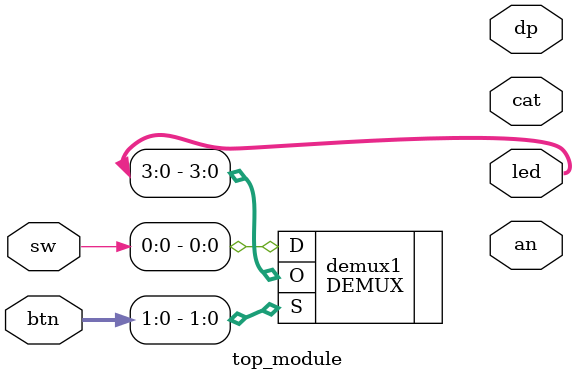
<source format=v>
`timescale 1ns / 1ps

module top_module
(
	input [7:0] sw,
	input [3:0] btn,
	output [7:0] led,
	output [6:0] cat,
	output [3:0] an,
	output [0:0] dp

);

/*
	DECODER decoder1
	(
		.IN(sw[3:0]),
		.OUT({dp, cat, led})
	);
		
		assign an = 4'b1110;*/
		
	/*
	ENCODER encoder1
	(
		.IN(sw[3:0]),
		.OUT(led[1:0]),
		.V(led[7])
	);*/
	
	/*
	MUX  mux1
	(
		.D(sw[3:0]),
		.S(btn[1:0]),
		.O(led[0])
	);*/
	
	
	DEMUX demux1
	(
		.D(sw[0]),
		.S(btn[1:0]),
		.O(led[3:0])
	);
	
endmodule		
</source>
